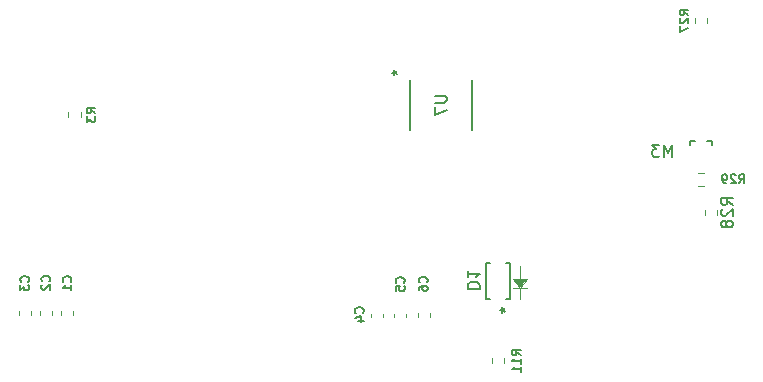
<source format=gbr>
%TF.GenerationSoftware,KiCad,Pcbnew,9.0.3*%
%TF.CreationDate,2025-09-16T13:04:12-04:00*%
%TF.ProjectId,CAEN_NEVIS_DAQ_12V,4341454e-5f4e-4455-9649-535f4441515f,rev?*%
%TF.SameCoordinates,Original*%
%TF.FileFunction,Legend,Bot*%
%TF.FilePolarity,Positive*%
%FSLAX46Y46*%
G04 Gerber Fmt 4.6, Leading zero omitted, Abs format (unit mm)*
G04 Created by KiCad (PCBNEW 9.0.3) date 2025-09-16 13:04:12*
%MOMM*%
%LPD*%
G01*
G04 APERTURE LIST*
%ADD10C,0.150000*%
%ADD11C,0.152400*%
%ADD12C,0.100000*%
%ADD13C,0.120000*%
G04 APERTURE END LIST*
D10*
X186295180Y-95408094D02*
X187295180Y-95408094D01*
X187295180Y-95408094D02*
X187295180Y-95169999D01*
X187295180Y-95169999D02*
X187247561Y-95027142D01*
X187247561Y-95027142D02*
X187152323Y-94931904D01*
X187152323Y-94931904D02*
X187057085Y-94884285D01*
X187057085Y-94884285D02*
X186866609Y-94836666D01*
X186866609Y-94836666D02*
X186723752Y-94836666D01*
X186723752Y-94836666D02*
X186533276Y-94884285D01*
X186533276Y-94884285D02*
X186438038Y-94931904D01*
X186438038Y-94931904D02*
X186342800Y-95027142D01*
X186342800Y-95027142D02*
X186295180Y-95169999D01*
X186295180Y-95169999D02*
X186295180Y-95408094D01*
X186295180Y-93884285D02*
X186295180Y-94455713D01*
X186295180Y-94169999D02*
X187295180Y-94169999D01*
X187295180Y-94169999D02*
X187152323Y-94265237D01*
X187152323Y-94265237D02*
X187057085Y-94360475D01*
X187057085Y-94360475D02*
X187009466Y-94455713D01*
X189054819Y-97220000D02*
X189292914Y-97220000D01*
X189197676Y-96981905D02*
X189292914Y-97220000D01*
X189292914Y-97220000D02*
X189197676Y-97458095D01*
X189483390Y-97077143D02*
X189292914Y-97220000D01*
X189292914Y-97220000D02*
X189483390Y-97362857D01*
X150867735Y-94774999D02*
X150903450Y-94739285D01*
X150903450Y-94739285D02*
X150939164Y-94632142D01*
X150939164Y-94632142D02*
X150939164Y-94560714D01*
X150939164Y-94560714D02*
X150903450Y-94453571D01*
X150903450Y-94453571D02*
X150832021Y-94382142D01*
X150832021Y-94382142D02*
X150760592Y-94346428D01*
X150760592Y-94346428D02*
X150617735Y-94310714D01*
X150617735Y-94310714D02*
X150510592Y-94310714D01*
X150510592Y-94310714D02*
X150367735Y-94346428D01*
X150367735Y-94346428D02*
X150296307Y-94382142D01*
X150296307Y-94382142D02*
X150224878Y-94453571D01*
X150224878Y-94453571D02*
X150189164Y-94560714D01*
X150189164Y-94560714D02*
X150189164Y-94632142D01*
X150189164Y-94632142D02*
X150224878Y-94739285D01*
X150224878Y-94739285D02*
X150260592Y-94774999D01*
X150260592Y-95060714D02*
X150224878Y-95096428D01*
X150224878Y-95096428D02*
X150189164Y-95167857D01*
X150189164Y-95167857D02*
X150189164Y-95346428D01*
X150189164Y-95346428D02*
X150224878Y-95417857D01*
X150224878Y-95417857D02*
X150260592Y-95453571D01*
X150260592Y-95453571D02*
X150332021Y-95489285D01*
X150332021Y-95489285D02*
X150403450Y-95489285D01*
X150403450Y-95489285D02*
X150510592Y-95453571D01*
X150510592Y-95453571D02*
X150939164Y-95024999D01*
X150939164Y-95024999D02*
X150939164Y-95489285D01*
X209262143Y-86489164D02*
X209512143Y-86132021D01*
X209690714Y-86489164D02*
X209690714Y-85739164D01*
X209690714Y-85739164D02*
X209405000Y-85739164D01*
X209405000Y-85739164D02*
X209333571Y-85774878D01*
X209333571Y-85774878D02*
X209297857Y-85810592D01*
X209297857Y-85810592D02*
X209262143Y-85882021D01*
X209262143Y-85882021D02*
X209262143Y-85989164D01*
X209262143Y-85989164D02*
X209297857Y-86060592D01*
X209297857Y-86060592D02*
X209333571Y-86096307D01*
X209333571Y-86096307D02*
X209405000Y-86132021D01*
X209405000Y-86132021D02*
X209690714Y-86132021D01*
X208976428Y-85810592D02*
X208940714Y-85774878D01*
X208940714Y-85774878D02*
X208869286Y-85739164D01*
X208869286Y-85739164D02*
X208690714Y-85739164D01*
X208690714Y-85739164D02*
X208619286Y-85774878D01*
X208619286Y-85774878D02*
X208583571Y-85810592D01*
X208583571Y-85810592D02*
X208547857Y-85882021D01*
X208547857Y-85882021D02*
X208547857Y-85953450D01*
X208547857Y-85953450D02*
X208583571Y-86060592D01*
X208583571Y-86060592D02*
X209012143Y-86489164D01*
X209012143Y-86489164D02*
X208547857Y-86489164D01*
X208190714Y-86489164D02*
X208047857Y-86489164D01*
X208047857Y-86489164D02*
X207976428Y-86453450D01*
X207976428Y-86453450D02*
X207940714Y-86417735D01*
X207940714Y-86417735D02*
X207869285Y-86310592D01*
X207869285Y-86310592D02*
X207833571Y-86167735D01*
X207833571Y-86167735D02*
X207833571Y-85882021D01*
X207833571Y-85882021D02*
X207869285Y-85810592D01*
X207869285Y-85810592D02*
X207905000Y-85774878D01*
X207905000Y-85774878D02*
X207976428Y-85739164D01*
X207976428Y-85739164D02*
X208119285Y-85739164D01*
X208119285Y-85739164D02*
X208190714Y-85774878D01*
X208190714Y-85774878D02*
X208226428Y-85810592D01*
X208226428Y-85810592D02*
X208262142Y-85882021D01*
X208262142Y-85882021D02*
X208262142Y-86060592D01*
X208262142Y-86060592D02*
X208226428Y-86132021D01*
X208226428Y-86132021D02*
X208190714Y-86167735D01*
X208190714Y-86167735D02*
X208119285Y-86203450D01*
X208119285Y-86203450D02*
X207976428Y-86203450D01*
X207976428Y-86203450D02*
X207905000Y-86167735D01*
X207905000Y-86167735D02*
X207869285Y-86132021D01*
X207869285Y-86132021D02*
X207833571Y-86060592D01*
X154769164Y-80544999D02*
X154412021Y-80294999D01*
X154769164Y-80116428D02*
X154019164Y-80116428D01*
X154019164Y-80116428D02*
X154019164Y-80402142D01*
X154019164Y-80402142D02*
X154054878Y-80473571D01*
X154054878Y-80473571D02*
X154090592Y-80509285D01*
X154090592Y-80509285D02*
X154162021Y-80544999D01*
X154162021Y-80544999D02*
X154269164Y-80544999D01*
X154269164Y-80544999D02*
X154340592Y-80509285D01*
X154340592Y-80509285D02*
X154376307Y-80473571D01*
X154376307Y-80473571D02*
X154412021Y-80402142D01*
X154412021Y-80402142D02*
X154412021Y-80116428D01*
X154019164Y-80794999D02*
X154019164Y-81259285D01*
X154019164Y-81259285D02*
X154304878Y-81009285D01*
X154304878Y-81009285D02*
X154304878Y-81116428D01*
X154304878Y-81116428D02*
X154340592Y-81187857D01*
X154340592Y-81187857D02*
X154376307Y-81223571D01*
X154376307Y-81223571D02*
X154447735Y-81259285D01*
X154447735Y-81259285D02*
X154626307Y-81259285D01*
X154626307Y-81259285D02*
X154697735Y-81223571D01*
X154697735Y-81223571D02*
X154733450Y-81187857D01*
X154733450Y-81187857D02*
X154769164Y-81116428D01*
X154769164Y-81116428D02*
X154769164Y-80902142D01*
X154769164Y-80902142D02*
X154733450Y-80830714D01*
X154733450Y-80830714D02*
X154697735Y-80794999D01*
X180867735Y-94904999D02*
X180903450Y-94869285D01*
X180903450Y-94869285D02*
X180939164Y-94762142D01*
X180939164Y-94762142D02*
X180939164Y-94690714D01*
X180939164Y-94690714D02*
X180903450Y-94583571D01*
X180903450Y-94583571D02*
X180832021Y-94512142D01*
X180832021Y-94512142D02*
X180760592Y-94476428D01*
X180760592Y-94476428D02*
X180617735Y-94440714D01*
X180617735Y-94440714D02*
X180510592Y-94440714D01*
X180510592Y-94440714D02*
X180367735Y-94476428D01*
X180367735Y-94476428D02*
X180296307Y-94512142D01*
X180296307Y-94512142D02*
X180224878Y-94583571D01*
X180224878Y-94583571D02*
X180189164Y-94690714D01*
X180189164Y-94690714D02*
X180189164Y-94762142D01*
X180189164Y-94762142D02*
X180224878Y-94869285D01*
X180224878Y-94869285D02*
X180260592Y-94904999D01*
X180189164Y-95583571D02*
X180189164Y-95226428D01*
X180189164Y-95226428D02*
X180546307Y-95190714D01*
X180546307Y-95190714D02*
X180510592Y-95226428D01*
X180510592Y-95226428D02*
X180474878Y-95297857D01*
X180474878Y-95297857D02*
X180474878Y-95476428D01*
X180474878Y-95476428D02*
X180510592Y-95547857D01*
X180510592Y-95547857D02*
X180546307Y-95583571D01*
X180546307Y-95583571D02*
X180617735Y-95619285D01*
X180617735Y-95619285D02*
X180796307Y-95619285D01*
X180796307Y-95619285D02*
X180867735Y-95583571D01*
X180867735Y-95583571D02*
X180903450Y-95547857D01*
X180903450Y-95547857D02*
X180939164Y-95476428D01*
X180939164Y-95476428D02*
X180939164Y-95297857D01*
X180939164Y-95297857D02*
X180903450Y-95226428D01*
X180903450Y-95226428D02*
X180867735Y-95190714D01*
X183494819Y-79078095D02*
X184304342Y-79078095D01*
X184304342Y-79078095D02*
X184399580Y-79125714D01*
X184399580Y-79125714D02*
X184447200Y-79173333D01*
X184447200Y-79173333D02*
X184494819Y-79268571D01*
X184494819Y-79268571D02*
X184494819Y-79459047D01*
X184494819Y-79459047D02*
X184447200Y-79554285D01*
X184447200Y-79554285D02*
X184399580Y-79601904D01*
X184399580Y-79601904D02*
X184304342Y-79649523D01*
X184304342Y-79649523D02*
X183494819Y-79649523D01*
X183494819Y-80030476D02*
X183494819Y-80697142D01*
X183494819Y-80697142D02*
X184494819Y-80268571D01*
X179888019Y-77122200D02*
X180126114Y-77122200D01*
X180030876Y-76884105D02*
X180126114Y-77122200D01*
X180126114Y-77122200D02*
X180030876Y-77360295D01*
X180316590Y-76979343D02*
X180126114Y-77122200D01*
X180126114Y-77122200D02*
X180316590Y-77265057D01*
X190769164Y-101037856D02*
X190412021Y-100787856D01*
X190769164Y-100609285D02*
X190019164Y-100609285D01*
X190019164Y-100609285D02*
X190019164Y-100894999D01*
X190019164Y-100894999D02*
X190054878Y-100966428D01*
X190054878Y-100966428D02*
X190090592Y-101002142D01*
X190090592Y-101002142D02*
X190162021Y-101037856D01*
X190162021Y-101037856D02*
X190269164Y-101037856D01*
X190269164Y-101037856D02*
X190340592Y-101002142D01*
X190340592Y-101002142D02*
X190376307Y-100966428D01*
X190376307Y-100966428D02*
X190412021Y-100894999D01*
X190412021Y-100894999D02*
X190412021Y-100609285D01*
X190769164Y-101752142D02*
X190769164Y-101323571D01*
X190769164Y-101537856D02*
X190019164Y-101537856D01*
X190019164Y-101537856D02*
X190126307Y-101466428D01*
X190126307Y-101466428D02*
X190197735Y-101394999D01*
X190197735Y-101394999D02*
X190233450Y-101323571D01*
X190769164Y-102466428D02*
X190769164Y-102037857D01*
X190769164Y-102252142D02*
X190019164Y-102252142D01*
X190019164Y-102252142D02*
X190126307Y-102180714D01*
X190126307Y-102180714D02*
X190197735Y-102109285D01*
X190197735Y-102109285D02*
X190233450Y-102037857D01*
X204979164Y-72227856D02*
X204622021Y-71977856D01*
X204979164Y-71799285D02*
X204229164Y-71799285D01*
X204229164Y-71799285D02*
X204229164Y-72084999D01*
X204229164Y-72084999D02*
X204264878Y-72156428D01*
X204264878Y-72156428D02*
X204300592Y-72192142D01*
X204300592Y-72192142D02*
X204372021Y-72227856D01*
X204372021Y-72227856D02*
X204479164Y-72227856D01*
X204479164Y-72227856D02*
X204550592Y-72192142D01*
X204550592Y-72192142D02*
X204586307Y-72156428D01*
X204586307Y-72156428D02*
X204622021Y-72084999D01*
X204622021Y-72084999D02*
X204622021Y-71799285D01*
X204300592Y-72513571D02*
X204264878Y-72549285D01*
X204264878Y-72549285D02*
X204229164Y-72620714D01*
X204229164Y-72620714D02*
X204229164Y-72799285D01*
X204229164Y-72799285D02*
X204264878Y-72870714D01*
X204264878Y-72870714D02*
X204300592Y-72906428D01*
X204300592Y-72906428D02*
X204372021Y-72942142D01*
X204372021Y-72942142D02*
X204443450Y-72942142D01*
X204443450Y-72942142D02*
X204550592Y-72906428D01*
X204550592Y-72906428D02*
X204979164Y-72477856D01*
X204979164Y-72477856D02*
X204979164Y-72942142D01*
X204229164Y-73192142D02*
X204229164Y-73692142D01*
X204229164Y-73692142D02*
X204979164Y-73370714D01*
X208754819Y-88307142D02*
X208278628Y-87973809D01*
X208754819Y-87735714D02*
X207754819Y-87735714D01*
X207754819Y-87735714D02*
X207754819Y-88116666D01*
X207754819Y-88116666D02*
X207802438Y-88211904D01*
X207802438Y-88211904D02*
X207850057Y-88259523D01*
X207850057Y-88259523D02*
X207945295Y-88307142D01*
X207945295Y-88307142D02*
X208088152Y-88307142D01*
X208088152Y-88307142D02*
X208183390Y-88259523D01*
X208183390Y-88259523D02*
X208231009Y-88211904D01*
X208231009Y-88211904D02*
X208278628Y-88116666D01*
X208278628Y-88116666D02*
X208278628Y-87735714D01*
X207850057Y-88688095D02*
X207802438Y-88735714D01*
X207802438Y-88735714D02*
X207754819Y-88830952D01*
X207754819Y-88830952D02*
X207754819Y-89069047D01*
X207754819Y-89069047D02*
X207802438Y-89164285D01*
X207802438Y-89164285D02*
X207850057Y-89211904D01*
X207850057Y-89211904D02*
X207945295Y-89259523D01*
X207945295Y-89259523D02*
X208040533Y-89259523D01*
X208040533Y-89259523D02*
X208183390Y-89211904D01*
X208183390Y-89211904D02*
X208754819Y-88640476D01*
X208754819Y-88640476D02*
X208754819Y-89259523D01*
X208183390Y-89830952D02*
X208135771Y-89735714D01*
X208135771Y-89735714D02*
X208088152Y-89688095D01*
X208088152Y-89688095D02*
X207992914Y-89640476D01*
X207992914Y-89640476D02*
X207945295Y-89640476D01*
X207945295Y-89640476D02*
X207850057Y-89688095D01*
X207850057Y-89688095D02*
X207802438Y-89735714D01*
X207802438Y-89735714D02*
X207754819Y-89830952D01*
X207754819Y-89830952D02*
X207754819Y-90021428D01*
X207754819Y-90021428D02*
X207802438Y-90116666D01*
X207802438Y-90116666D02*
X207850057Y-90164285D01*
X207850057Y-90164285D02*
X207945295Y-90211904D01*
X207945295Y-90211904D02*
X207992914Y-90211904D01*
X207992914Y-90211904D02*
X208088152Y-90164285D01*
X208088152Y-90164285D02*
X208135771Y-90116666D01*
X208135771Y-90116666D02*
X208183390Y-90021428D01*
X208183390Y-90021428D02*
X208183390Y-89830952D01*
X208183390Y-89830952D02*
X208231009Y-89735714D01*
X208231009Y-89735714D02*
X208278628Y-89688095D01*
X208278628Y-89688095D02*
X208373866Y-89640476D01*
X208373866Y-89640476D02*
X208564342Y-89640476D01*
X208564342Y-89640476D02*
X208659580Y-89688095D01*
X208659580Y-89688095D02*
X208707200Y-89735714D01*
X208707200Y-89735714D02*
X208754819Y-89830952D01*
X208754819Y-89830952D02*
X208754819Y-90021428D01*
X208754819Y-90021428D02*
X208707200Y-90116666D01*
X208707200Y-90116666D02*
X208659580Y-90164285D01*
X208659580Y-90164285D02*
X208564342Y-90211904D01*
X208564342Y-90211904D02*
X208373866Y-90211904D01*
X208373866Y-90211904D02*
X208278628Y-90164285D01*
X208278628Y-90164285D02*
X208231009Y-90116666D01*
X208231009Y-90116666D02*
X208183390Y-90021428D01*
X152667735Y-94819999D02*
X152703450Y-94784285D01*
X152703450Y-94784285D02*
X152739164Y-94677142D01*
X152739164Y-94677142D02*
X152739164Y-94605714D01*
X152739164Y-94605714D02*
X152703450Y-94498571D01*
X152703450Y-94498571D02*
X152632021Y-94427142D01*
X152632021Y-94427142D02*
X152560592Y-94391428D01*
X152560592Y-94391428D02*
X152417735Y-94355714D01*
X152417735Y-94355714D02*
X152310592Y-94355714D01*
X152310592Y-94355714D02*
X152167735Y-94391428D01*
X152167735Y-94391428D02*
X152096307Y-94427142D01*
X152096307Y-94427142D02*
X152024878Y-94498571D01*
X152024878Y-94498571D02*
X151989164Y-94605714D01*
X151989164Y-94605714D02*
X151989164Y-94677142D01*
X151989164Y-94677142D02*
X152024878Y-94784285D01*
X152024878Y-94784285D02*
X152060592Y-94819999D01*
X152739164Y-95534285D02*
X152739164Y-95105714D01*
X152739164Y-95319999D02*
X151989164Y-95319999D01*
X151989164Y-95319999D02*
X152096307Y-95248571D01*
X152096307Y-95248571D02*
X152167735Y-95177142D01*
X152167735Y-95177142D02*
X152203450Y-95105714D01*
X177427735Y-97464999D02*
X177463450Y-97429285D01*
X177463450Y-97429285D02*
X177499164Y-97322142D01*
X177499164Y-97322142D02*
X177499164Y-97250714D01*
X177499164Y-97250714D02*
X177463450Y-97143571D01*
X177463450Y-97143571D02*
X177392021Y-97072142D01*
X177392021Y-97072142D02*
X177320592Y-97036428D01*
X177320592Y-97036428D02*
X177177735Y-97000714D01*
X177177735Y-97000714D02*
X177070592Y-97000714D01*
X177070592Y-97000714D02*
X176927735Y-97036428D01*
X176927735Y-97036428D02*
X176856307Y-97072142D01*
X176856307Y-97072142D02*
X176784878Y-97143571D01*
X176784878Y-97143571D02*
X176749164Y-97250714D01*
X176749164Y-97250714D02*
X176749164Y-97322142D01*
X176749164Y-97322142D02*
X176784878Y-97429285D01*
X176784878Y-97429285D02*
X176820592Y-97464999D01*
X176999164Y-98107857D02*
X177499164Y-98107857D01*
X176713450Y-97929285D02*
X177249164Y-97750714D01*
X177249164Y-97750714D02*
X177249164Y-98214999D01*
X182827735Y-94884999D02*
X182863450Y-94849285D01*
X182863450Y-94849285D02*
X182899164Y-94742142D01*
X182899164Y-94742142D02*
X182899164Y-94670714D01*
X182899164Y-94670714D02*
X182863450Y-94563571D01*
X182863450Y-94563571D02*
X182792021Y-94492142D01*
X182792021Y-94492142D02*
X182720592Y-94456428D01*
X182720592Y-94456428D02*
X182577735Y-94420714D01*
X182577735Y-94420714D02*
X182470592Y-94420714D01*
X182470592Y-94420714D02*
X182327735Y-94456428D01*
X182327735Y-94456428D02*
X182256307Y-94492142D01*
X182256307Y-94492142D02*
X182184878Y-94563571D01*
X182184878Y-94563571D02*
X182149164Y-94670714D01*
X182149164Y-94670714D02*
X182149164Y-94742142D01*
X182149164Y-94742142D02*
X182184878Y-94849285D01*
X182184878Y-94849285D02*
X182220592Y-94884999D01*
X182149164Y-95527857D02*
X182149164Y-95384999D01*
X182149164Y-95384999D02*
X182184878Y-95313571D01*
X182184878Y-95313571D02*
X182220592Y-95277857D01*
X182220592Y-95277857D02*
X182327735Y-95206428D01*
X182327735Y-95206428D02*
X182470592Y-95170714D01*
X182470592Y-95170714D02*
X182756307Y-95170714D01*
X182756307Y-95170714D02*
X182827735Y-95206428D01*
X182827735Y-95206428D02*
X182863450Y-95242142D01*
X182863450Y-95242142D02*
X182899164Y-95313571D01*
X182899164Y-95313571D02*
X182899164Y-95456428D01*
X182899164Y-95456428D02*
X182863450Y-95527857D01*
X182863450Y-95527857D02*
X182827735Y-95563571D01*
X182827735Y-95563571D02*
X182756307Y-95599285D01*
X182756307Y-95599285D02*
X182577735Y-95599285D01*
X182577735Y-95599285D02*
X182506307Y-95563571D01*
X182506307Y-95563571D02*
X182470592Y-95527857D01*
X182470592Y-95527857D02*
X182434878Y-95456428D01*
X182434878Y-95456428D02*
X182434878Y-95313571D01*
X182434878Y-95313571D02*
X182470592Y-95242142D01*
X182470592Y-95242142D02*
X182506307Y-95206428D01*
X182506307Y-95206428D02*
X182577735Y-95170714D01*
X149077735Y-94814999D02*
X149113450Y-94779285D01*
X149113450Y-94779285D02*
X149149164Y-94672142D01*
X149149164Y-94672142D02*
X149149164Y-94600714D01*
X149149164Y-94600714D02*
X149113450Y-94493571D01*
X149113450Y-94493571D02*
X149042021Y-94422142D01*
X149042021Y-94422142D02*
X148970592Y-94386428D01*
X148970592Y-94386428D02*
X148827735Y-94350714D01*
X148827735Y-94350714D02*
X148720592Y-94350714D01*
X148720592Y-94350714D02*
X148577735Y-94386428D01*
X148577735Y-94386428D02*
X148506307Y-94422142D01*
X148506307Y-94422142D02*
X148434878Y-94493571D01*
X148434878Y-94493571D02*
X148399164Y-94600714D01*
X148399164Y-94600714D02*
X148399164Y-94672142D01*
X148399164Y-94672142D02*
X148434878Y-94779285D01*
X148434878Y-94779285D02*
X148470592Y-94814999D01*
X148399164Y-95064999D02*
X148399164Y-95529285D01*
X148399164Y-95529285D02*
X148684878Y-95279285D01*
X148684878Y-95279285D02*
X148684878Y-95386428D01*
X148684878Y-95386428D02*
X148720592Y-95457857D01*
X148720592Y-95457857D02*
X148756307Y-95493571D01*
X148756307Y-95493571D02*
X148827735Y-95529285D01*
X148827735Y-95529285D02*
X149006307Y-95529285D01*
X149006307Y-95529285D02*
X149077735Y-95493571D01*
X149077735Y-95493571D02*
X149113450Y-95457857D01*
X149113450Y-95457857D02*
X149149164Y-95386428D01*
X149149164Y-95386428D02*
X149149164Y-95172142D01*
X149149164Y-95172142D02*
X149113450Y-95100714D01*
X149113450Y-95100714D02*
X149077735Y-95064999D01*
X203567524Y-84230819D02*
X203567524Y-83230819D01*
X203567524Y-83230819D02*
X203234191Y-83945104D01*
X203234191Y-83945104D02*
X202900858Y-83230819D01*
X202900858Y-83230819D02*
X202900858Y-84230819D01*
X202519905Y-83230819D02*
X201900858Y-83230819D01*
X201900858Y-83230819D02*
X202234191Y-83611771D01*
X202234191Y-83611771D02*
X202091334Y-83611771D01*
X202091334Y-83611771D02*
X201996096Y-83659390D01*
X201996096Y-83659390D02*
X201948477Y-83707009D01*
X201948477Y-83707009D02*
X201900858Y-83802247D01*
X201900858Y-83802247D02*
X201900858Y-84040342D01*
X201900858Y-84040342D02*
X201948477Y-84135580D01*
X201948477Y-84135580D02*
X201996096Y-84183200D01*
X201996096Y-84183200D02*
X202091334Y-84230819D01*
X202091334Y-84230819D02*
X202377048Y-84230819D01*
X202377048Y-84230819D02*
X202472286Y-84183200D01*
X202472286Y-84183200D02*
X202519905Y-84135580D01*
D11*
%TO.C,D1*%
X189878700Y-96319400D02*
X189538340Y-96319400D01*
X188161660Y-96319400D02*
X187821300Y-96319400D01*
X187821300Y-96319400D02*
X187821300Y-93220600D01*
D12*
X191350000Y-95320000D02*
X190150000Y-95320000D01*
X190700000Y-95320000D02*
X190700000Y-96320000D01*
X190700000Y-94570000D02*
X190700000Y-93470000D01*
D11*
X189878700Y-93220600D02*
X189878700Y-96319400D01*
X189538340Y-93220600D02*
X189878700Y-93220600D01*
X187821300Y-93220600D02*
X188161660Y-93220600D01*
D12*
X190700000Y-95320000D02*
X190150000Y-94620000D01*
X191300000Y-94620000D01*
X190700000Y-95320000D01*
G36*
X190700000Y-95320000D02*
G01*
X190150000Y-94620000D01*
X191300000Y-94620000D01*
X190700000Y-95320000D01*
G37*
D13*
%TO.C,C2*%
X150090000Y-97600580D02*
X150090000Y-97319420D01*
X151110000Y-97600580D02*
X151110000Y-97319420D01*
%TO.C,R29*%
X205812742Y-85657500D02*
X206287258Y-85657500D01*
X205812742Y-86702500D02*
X206287258Y-86702500D01*
%TO.C,R3*%
X152477500Y-80432742D02*
X152477500Y-80907258D01*
X153522500Y-80432742D02*
X153522500Y-80907258D01*
%TO.C,C5*%
X180020000Y-97810580D02*
X180020000Y-97529420D01*
X181040000Y-97810580D02*
X181040000Y-97529420D01*
D11*
%TO.C,U7*%
X181411100Y-81960900D02*
X181411100Y-77719100D01*
X186668900Y-77719100D02*
X186668900Y-81960900D01*
D13*
%TO.C,R11*%
X188337500Y-101727258D02*
X188337500Y-101252742D01*
X189382500Y-101727258D02*
X189382500Y-101252742D01*
%TO.C,R27*%
X205547500Y-72947258D02*
X205547500Y-72472742D01*
X206592500Y-72947258D02*
X206592500Y-72472742D01*
%TO.C,R28*%
X206347500Y-88712742D02*
X206347500Y-89187258D01*
X207392500Y-88712742D02*
X207392500Y-89187258D01*
%TO.C,C1*%
X151890000Y-97600580D02*
X151890000Y-97319420D01*
X152910000Y-97600580D02*
X152910000Y-97319420D01*
%TO.C,C4*%
X178070000Y-97810580D02*
X178070000Y-97529420D01*
X179090000Y-97810580D02*
X179090000Y-97529420D01*
%TO.C,C6*%
X182050000Y-97790580D02*
X182050000Y-97509420D01*
X183070000Y-97790580D02*
X183070000Y-97509420D01*
%TO.C,C3*%
X148290000Y-97600580D02*
X148290000Y-97319420D01*
X149310000Y-97600580D02*
X149310000Y-97319420D01*
D11*
%TO.C,M3*%
X205133001Y-82868000D02*
X205551861Y-82868000D01*
X205133001Y-83271655D02*
X205133001Y-82868000D01*
X206568141Y-82868000D02*
X206987001Y-82868000D01*
X206987001Y-82868000D02*
X206987001Y-83271655D01*
%TD*%
M02*

</source>
